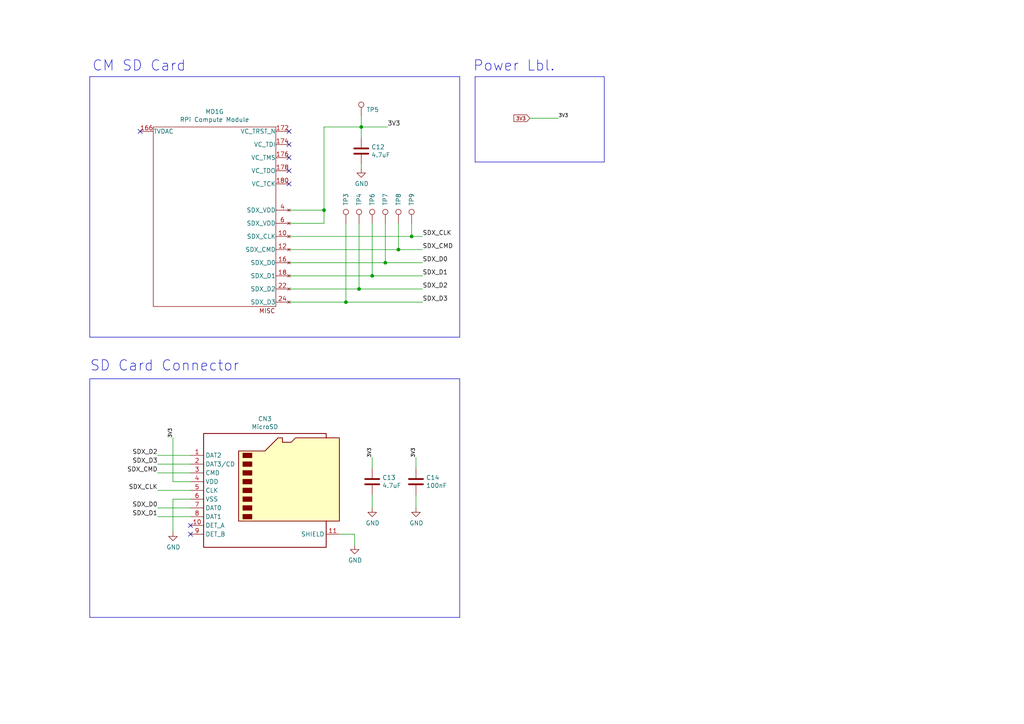
<source format=kicad_sch>
(kicad_sch (version 20230121) (generator eeschema)
  (paper "A4")
  (title_block (title "Jupiter Model A") (date "2020-05-23") (rev "0.1") (company "Francesco Ficili"))
  (lib_symbols
    (symbol "Connector:Micro_SD_Card_Det_Hirose_DM3AT"
      (property "Reference" "J" (at -16.51 17.78 0))
      (property "Value" "Micro_SD_Card_Det_Hirose_DM3AT" (at 16.51 17.78 0))
      (symbol "Micro_SD_Card_Det_Hirose_DM3AT_0_1"
        (rectangle (start -7.62 -6.985) (end -5.08 -8.255) (stroke (width 0.254)) (fill (type outline)))
        (rectangle (start -7.62 -4.445) (end -5.08 -5.715) (stroke (width 0.254)) (fill (type outline)))
        (rectangle (start -7.62 -1.905) (end -5.08 -3.175) (stroke (width 0.254)) (fill (type outline)))
        (rectangle (start -7.62 0.635) (end -5.08 -0.635) (stroke (width 0.254)) (fill (type outline)))
        (rectangle (start -7.62 3.175) (end -5.08 1.905) (stroke (width 0.254)) (fill (type outline)))
        (rectangle (start -7.62 5.715) (end -5.08 4.445) (stroke (width 0.254)) (fill (type outline)))
        (rectangle (start -7.62 8.255) (end -5.08 6.985) (stroke (width 0.254)) (fill (type outline)))
        (rectangle (start -7.62 10.795) (end -5.08 9.525) (stroke (width 0.254)) (fill (type outline)))
        (polyline (pts (xy 16.51 15.24) (xy 16.51 16.51) (xy -19.05 16.51) (xy -19.05 -16.51) (xy 16.51 -16.51) (xy 16.51 -8.89)) (stroke (width 0.254)))
        (polyline (pts (xy -8.89 -8.89) (xy -8.89 11.43) (xy -1.27 11.43) (xy 2.54 15.24) (xy 3.81 15.24) (xy 3.81 13.97) (xy 6.35 13.97) (xy 7.62 15.24) (xy 20.32 15.24) (xy 20.32 -8.89) (xy -8.89 -8.89)) (stroke (width 0.254)) (fill (type background)))
      )
      (symbol "Micro_SD_Card_Det_Hirose_DM3AT_1_1"
        (pin bidirectional line (at -22.86 10.16 0) (length 3.81) (name "DAT2") (number "1"))
        (pin passive line (at -22.86 -10.16 0) (length 3.81) (name "DET_A") (number "10"))
        (pin passive line (at 20.32 -12.7 180) (length 3.81) (name "SHIELD") (number "11"))
        (pin bidirectional line (at -22.86 7.62 0) (length 3.81) (name "DAT3/CD") (number "2"))
        (pin input line (at -22.86 5.08 0) (length 3.81) (name "CMD") (number "3"))
        (pin power_in line (at -22.86 2.54 0) (length 3.81) (name "VDD") (number "4"))
        (pin input line (at -22.86 0 0) (length 3.81) (name "CLK") (number "5"))
        (pin power_in line (at -22.86 -2.54 0) (length 3.81) (name "VSS") (number "6"))
        (pin bidirectional line (at -22.86 -5.08 0) (length 3.81) (name "DAT0") (number "7"))
        (pin bidirectional line (at -22.86 -7.62 0) (length 3.81) (name "DAT1") (number "8"))
        (pin passive line (at -22.86 -12.7 0) (length 3.81) (name "DET_B") (number "9"))
      )
    )
    (symbol "Connector:TestPoint" (pin_numbers hide) (pin_names (offset 0.762) hide)
      (property "Reference" "TP" (at 0 6.858 0))
      (property "Value" "TestPoint" (at 0 5.08 0))
      (symbol "TestPoint_0_1"
        (circle (center 0 3.302) (radius 0.762))
      )
      (symbol "TestPoint_1_1"
        (pin passive line (at 0 0 90) (length 2.54) (name "1") (number "1"))
      )
    )
    (symbol "Device:C" (pin_numbers hide) (pin_names (offset 0.254))
      (property "Reference" "C" (at 0.635 2.54 0))
      (property "Value" "C" (at 0.635 -2.54 0))
      (symbol "C_0_1"
        (polyline (pts (xy -2.032 -0.762) (xy 2.032 -0.762)) (stroke (width 0.508)))
        (polyline (pts (xy -2.032 0.762) (xy 2.032 0.762)) (stroke (width 0.508)))
      )
      (symbol "C_1_1"
        (pin passive line (at 0 3.81 270) (length 2.794) (name "~") (number "1"))
        (pin passive line (at 0 -3.81 90) (length 2.794) (name "~") (number "2"))
      )
    )
    (symbol "Jupiter-rescue:Board_RPi_CM3lite_200pConnector_multipart-RPi_CM" (pin_names (offset 0.0254))
      (property "Reference" "MD" (at -15.24 -86.36 0))
      (property "Value" "RPi_CM_Board_RPi_CM3lite_200pConnector_multipart" (at 0 87.63 0))
      (symbol "Board_RPi_CM3lite_200pConnector_multipart-RPi_CM_1_0"
        (text "PWR" (at 15.24 -86.36 0) (effects (font (size 1.27 1.27))))
      )
      (symbol "Board_RPi_CM3lite_200pConnector_multipart-RPi_CM_1_1"
        (rectangle (start -17.78 85.09) (end 17.78 -85.09))
        (pin input line (at -21.59 -26.67 0) (length 3.81) (name "GND") (number "1"))
        (pin input line (at 21.59 19.05 180) (length 3.81) (name "GND") (number "103"))
        (pin input line (at 21.59 15.24 180) (length 3.81) (name "GND") (number "104"))
        (pin input line (at 21.59 11.43 180) (length 3.81) (name "GND") (number "109"))
        (pin input line (at 21.59 7.62 180) (length 3.81) (name "GND") (number "110"))
        (pin input line (at 21.59 3.81 180) (length 3.81) (name "GND") (number "115"))
        (pin input line (at 21.59 0 180) (length 3.81) (name "GND") (number "116"))
        (pin input line (at 21.59 -3.81 180) (length 3.81) (name "GND") (number "121"))
        (pin input line (at 21.59 -7.62 180) (length 3.81) (name "GND") (number "122"))
        (pin input line (at 21.59 -11.43 180) (length 3.81) (name "GND") (number "127"))
        (pin input line (at -21.59 -38.1 0) (length 3.81) (name "GND") (number "13"))
        (pin input line (at 21.59 -19.05 180) (length 3.81) (name "GND") (number "133"))
        (pin input line (at 21.59 -15.24 180) (length 3.81) (name "GND") (number "134"))
        (pin input line (at 21.59 -26.67 180) (length 3.81) (name "GND") (number "139"))
        (pin input line (at -21.59 -41.91 0) (length 3.81) (name "GND") (number "14"))
        (pin input line (at 21.59 -22.86 180) (length 3.81) (name "GND") (number "140"))
        (pin input line (at 21.59 -34.29 180) (length 3.81) (name "GND") (number "145"))
        (pin input line (at 21.59 -30.48 180) (length 3.81) (name "GND") (number "146"))
        (pin input line (at 21.59 -41.91 180) (length 3.81) (name "GND") (number "151"))
        (pin input line (at 21.59 -38.1 180) (length 3.81) (name "GND") (number "152"))
        (pin input line (at 21.59 -49.53 180) (length 3.81) (name "GND") (number "157"))
        (pin input line (at 21.59 -57.15 180) (length 3.81) (name "GND") (number "163"))
        (pin input line (at 21.59 -45.72 180) (length 3.81) (name "GND") (number "164"))
        (pin input line (at 21.59 -60.96 180) (length 3.81) (name "GND") (number "169"))
        (pin input line (at 21.59 -53.34 180) (length 3.81) (name "GND") (number "170"))
        (pin input line (at -21.59 83.82 0) (length 3.81) (name "RUN") (number "177"))
        (pin no_connect line (at -21.59 80.01 0) (length 3.81) hide (name "VDD_CORE") (number "179"))
        (pin input line (at 21.59 -64.77 180) (length 3.81) (name "GND") (number "181"))
        (pin input line (at 21.59 -68.58 180) (length 3.81) (name "GND") (number "182"))
        (pin input line (at -21.59 64.77 0) (length 3.81) (name "1V8") (number "183"))
        (pin input line (at -21.59 60.96 0) (length 3.81) (name "1V8") (number "184"))
        (pin input line (at -21.59 57.15 0) (length 3.81) (name "1V8") (number "185"))
        (pin input line (at -21.59 53.34 0) (length 3.81) (name "1V8") (number "186"))
        (pin input line (at 21.59 -72.39 180) (length 3.81) (name "GND") (number "187"))
        (pin input line (at 21.59 -76.2 180) (length 3.81) (name "GND") (number "188"))
        (pin input line (at -21.59 7.62 0) (length 3.81) (name "VDAC") (number "189"))
        (pin input line (at -21.59 -45.72 0) (length 3.81) (name "GND") (number "19"))
        (pin input line (at -21.59 3.81 0) (length 3.81) (name "VDAC") (number "190"))
        (pin input line (at -21.59 45.72 0) (length 3.81) (name "3V3") (number "191"))
        (pin input line (at -21.59 41.91 0) (length 3.81) (name "3V3") (number "192"))
        (pin input line (at -21.59 38.1 0) (length 3.81) (name "3V3") (number "193"))
        (pin input line (at -21.59 34.29 0) (length 3.81) (name "3V3") (number "194"))
        (pin input line (at 21.59 -80.01 180) (length 3.81) (name "GND") (number "195"))
        (pin input line (at 21.59 -83.82 180) (length 3.81) (name "GND") (number "196"))
        (pin input line (at -21.59 26.67 0) (length 3.81) (name "VBAT") (number "197"))
        (pin input line (at -21.59 22.86 0) (length 3.81) (name "VBAT") (number "198"))
        (pin input line (at -21.59 19.05 0) (length 3.81) (name "VBAT") (number "199"))
        (pin input line (at -21.59 76.2 0) (length 3.81) (name "EMMC_DISABLE_N") (number "2"))
        (pin input line (at -21.59 -49.53 0) (length 3.81) (name "GND") (number "20"))
        (pin input line (at -21.59 15.24 0) (length 3.81) (name "VBAT") (number "200"))
        (pin input line (at -21.59 -53.34 0) (length 3.81) (name "GND") (number "25"))
        (pin input line (at -21.59 -57.15 0) (length 3.81) (name "GND") (number "26"))
        (pin input line (at -21.59 -60.96 0) (length 3.81) (name "GND") (number "31"))
        (pin input line (at -21.59 -64.77 0) (length 3.81) (name "GND") (number "32"))
        (pin input line (at -21.59 -68.58 0) (length 3.81) (name "GND") (number "37"))
        (pin input line (at -21.59 -72.39 0) (length 3.81) (name "GND") (number "38"))
        (pin input line (at -21.59 -3.81 0) (length 3.81) (name "GPIO0-27_VDD") (number "39"))
        (pin input line (at -21.59 -7.62 0) (length 3.81) (name "GPIO0-27_VDD") (number "40"))
        (pin input line (at -21.59 -11.43 0) (length 3.81) (name "GPIO28-45_VDD") (number "41"))
        (pin input line (at -21.59 -15.24 0) (length 3.81) (name "GPIO28-45_VDD") (number "42"))
        (pin input line (at -21.59 -76.2 0) (length 3.81) (name "GND") (number "43"))
        (pin input line (at -21.59 -80.01 0) (length 3.81) (name "GND") (number "44"))
        (pin input line (at -21.59 -83.82 0) (length 3.81) (name "GND") (number "49"))
        (pin input line (at 21.59 83.82 180) (length 3.81) (name "GND") (number "50"))
        (pin input line (at 21.59 80.01 180) (length 3.81) (name "GND") (number "55"))
        (pin input line (at 21.59 76.2 180) (length 3.81) (name "GND") (number "56"))
        (pin input line (at 21.59 72.39 180) (length 3.81) (name "GND") (number "61"))
        (pin input line (at 21.59 68.58 180) (length 3.81) (name "GND") (number "62"))
        (pin input line (at 21.59 64.77 180) (length 3.81) (name "GND") (number "67"))
        (pin input line (at 21.59 60.96 180) (length 3.81) (name "GND") (number "68"))
        (pin input line (at -21.59 -30.48 0) (length 3.81) (name "GND") (number "7"))
        (pin input line (at 21.59 57.15 180) (length 3.81) (name "GND") (number "73"))
        (pin input line (at 21.59 53.34 180) (length 3.81) (name "GND") (number "74"))
        (pin input line (at 21.59 49.53 180) (length 3.81) (name "GND") (number "79"))
        (pin input line (at -21.59 -34.29 0) (length 3.81) (name "GND") (number "8"))
        (pin input line (at 21.59 45.72 180) (length 3.81) (name "GND") (number "80"))
        (pin input line (at 21.59 41.91 180) (length 3.81) (name "GND") (number "85"))
        (pin input line (at 21.59 38.1 180) (length 3.81) (name "GND") (number "86"))
        (pin input line (at -21.59 72.39 0) (length 3.81) (name "EMMC_EN_N_1V8") (number "90"))
        (pin input line (at 21.59 34.29 180) (length 3.81) (name "GND") (number "91"))
        (pin input line (at 21.59 30.48 180) (length 3.81) (name "GND") (number "92"))
        (pin input line (at 21.59 26.67 180) (length 3.81) (name "GND") (number "97"))
        (pin input line (at 21.59 22.86 180) (length 3.81) (name "GND") (number "98"))
      )
      (symbol "Board_RPi_CM3lite_200pConnector_multipart-RPi_CM_2_0"
        (rectangle (start 10.16 2.54) (end 17.78 1.27) (fill (type outline)))
        (text "LENGTH 90R DIFF PAIR" (at -15.875 1.27 0) (effects (font (size 0.762 0.762)) (justify left)))
        (text "ROUTE SIGNALS AS MATCHED" (at -15.875 2.54 0) (effects (font (size 0.762 0.762)) (justify left)))
        (text "USB" (at 15.24 -6.35 0) (effects (font (size 1.27 1.27))))
      )
      (symbol "Board_RPi_CM3lite_200pConnector_multipart-RPi_CM_2_1"
        (rectangle (start -17.78 5.08) (end 17.78 -5.08))
        (pin input line (at 21.59 3.81 180) (length 3.81) (name "USB_DP") (number "165"))
        (pin input line (at 21.59 0 180) (length 3.81) (name "USB_DM") (number "167"))
        (pin input line (at 21.59 -3.81 180) (length 3.81) (name "USB_OTGID") (number "168"))
      )
      (symbol "Board_RPi_CM3lite_200pConnector_multipart-RPi_CM_3_0"
        (rectangle (start -17.78 31.75) (end 17.78 -31.75))
        (rectangle (start 10.16 -27.94) (end 17.78 -29.21) (fill (type outline)))
        (rectangle (start 10.16 -20.32) (end 17.78 -21.59) (fill (type outline)))
        (rectangle (start 10.16 -12.7) (end 17.78 -13.97) (fill (type outline)))
        (rectangle (start 10.16 -5.08) (end 17.78 -6.35) (fill (type outline)))
        (rectangle (start 10.16 2.54) (end 17.78 1.27) (fill (type outline)))
        (rectangle (start 10.16 13.97) (end 17.78 12.7) (fill (type outline)))
        (rectangle (start 10.16 21.59) (end 17.78 20.32) (fill (type outline)))
        (rectangle (start 10.16 29.21) (end 17.78 27.94) (fill (type outline)))
        (text "CAM" (at 15.24 -33.02 0) (effects (font (size 1.27 1.27))))
        (text "LENGTH 100R DIFF PAIR" (at -15.875 27.94 0) (effects (font (size 0.762 0.762)) (justify left)))
        (text "ROUTE SIGNALS AS MATCHED" (at -15.875 29.21 0) (effects (font (size 0.762 0.762)) (justify left)))
      )
      (symbol "Board_RPi_CM3lite_200pConnector_multipart-RPi_CM_3_1"
        (pin input line (at 21.59 -26.67 180) (length 3.81) (name "CAM1_DP3") (number "135"))
        (pin input line (at 21.59 22.86 180) (length 3.81) (name "CAM0_DP0") (number "136"))
        (pin input line (at 21.59 -30.48 180) (length 3.81) (name "CAM1_DN3") (number "137"))
        (pin input line (at 21.59 19.05 180) (length 3.81) (name "CAM0_DN0") (number "138"))
        (pin input line (at 21.59 -19.05 180) (length 3.81) (name "CAM1_DP2") (number "141"))
        (pin input line (at 21.59 30.48 180) (length 3.81) (name "CAM0_CP") (number "142"))
        (pin input line (at 21.59 -22.86 180) (length 3.81) (name "CAM1_DN2") (number "143"))
        (pin input line (at 21.59 26.67 180) (length 3.81) (name "CAM0_CN") (number "144"))
        (pin input line (at 21.59 3.81 180) (length 3.81) (name "CAM1_CP") (number "147"))
        (pin input line (at 21.59 15.24 180) (length 3.81) (name "CAM0_DP1") (number "148"))
        (pin input line (at 21.59 0 180) (length 3.81) (name "CAM1_CN") (number "149"))
        (pin input line (at 21.59 11.43 180) (length 3.81) (name "CAM0_DN1") (number "150"))
        (pin input line (at 21.59 -11.43 180) (length 3.81) (name "CAM1_DP1") (number "153"))
        (pin input line (at 21.59 -15.24 180) (length 3.81) (name "CAM1_DN1") (number "155"))
        (pin input line (at 21.59 -3.81 180) (length 3.81) (name "CAM1_DP0") (number "159"))
        (pin input line (at 21.59 -7.62 180) (length 3.81) (name "CAM1_DN0") (number "161"))
      )
      (symbol "Board_RPi_CM3lite_200pConnector_multipart-RPi_CM_4_0"
        (rectangle (start -17.78 27.94) (end 17.78 -24.13))
        (rectangle (start 10.16 -5.08) (end 17.78 -6.35) (fill (type outline)))
        (rectangle (start 10.16 2.54) (end 17.78 1.27) (fill (type outline)))
        (rectangle (start 10.16 10.16) (end 17.78 8.89) (fill (type outline)))
        (rectangle (start 10.16 17.78) (end 17.78 16.51) (fill (type outline)))
        (text "HDMI" (at 15.24 -25.4 0) (effects (font (size 1.27 1.27))))
        (text "LENGTH 100R DIFF PAIR" (at -15.875 17.78 0) (effects (font (size 0.762 0.762)) (justify left)))
        (text "ROUTE SIGNALS AS MATCHED" (at -15.875 19.05 0) (effects (font (size 0.762 0.762)) (justify left)))
      )
      (symbol "Board_RPi_CM3lite_200pConnector_multipart-RPi_CM_4_1"
        (pin input line (at 21.59 19.05 180) (length 3.81) (name "HDMI_CLK_N") (number "111"))
        (pin input line (at 21.59 15.24 180) (length 3.81) (name "HDMI_CLK_P") (number "113"))
        (pin input line (at 21.59 11.43 180) (length 3.81) (name "HDMI_D0_N") (number "117"))
        (pin input line (at 21.59 7.62 180) (length 3.81) (name "HDMI_D0_P") (number "119"))
        (pin input line (at 21.59 3.81 180) (length 3.81) (name "HDMI_D1_N") (number "123"))
        (pin input line (at 21.59 0 180) (length 3.81) (name "HDMI_D1_P") (number "125"))
        (pin input line (at 21.59 -3.81 180) (length 3.81) (name "HDMI_D2_N") (number "129"))
        (pin input line (at 21.59 -7.62 180) (length 3.81) (name "HDMI_D2_P") (number "131"))
        (pin input line (at 21.59 -15.24 180) (length 3.81) (name "HDMI_CEC") (number "171"))
        (pin input line (at 21.59 -19.05 180) (length 3.81) (name "HDMI_SDA") (number "173"))
        (pin input line (at 21.59 -22.86 180) (length 3.81) (name "HDMI_SCL") (number "175"))
        (pin input line (at 21.59 26.67 180) (length 3.81) (name "HDMI_HPD_N_1V8") (number "88"))
      )
      (symbol "Board_RPi_CM3lite_200pConnector_multipart-RPi_CM_5_0"
        (rectangle (start -17.78 2.54) (end -10.16 1.27) (fill (type outline)))
        (rectangle (start -17.78 10.16) (end -10.16 8.89) (fill (type outline)))
        (rectangle (start -17.78 17.78) (end -10.16 16.51) (fill (type outline)))
        (rectangle (start -17.78 20.32) (end 17.78 -17.78))
        (rectangle (start 10.16 -12.7) (end 17.78 -13.97) (fill (type outline)))
        (rectangle (start 10.16 -5.08) (end 17.78 -6.35) (fill (type outline)))
        (rectangle (start 10.16 2.54) (end 17.78 1.27) (fill (type outline)))
        (rectangle (start 10.16 10.16) (end 17.78 8.89) (fill (type outline)))
        (rectangle (start 10.16 17.78) (end 17.78 16.51) (fill (type outline)))
        (text "DSI" (at 15.24 -19.05 0) (effects (font (size 1.27 1.27))))
        (text "LENGTH 100R DIFF PAIR" (at -15.875 -15.24 0) (effects (font (size 0.762 0.762)) (justify left)))
        (text "ROUTE SIGNALS AS MATCHED" (at -15.875 -13.97 0) (effects (font (size 0.762 0.762)) (justify left)))
      )
      (symbol "Board_RPi_CM3lite_200pConnector_multipart-RPi_CM_5_1"
        (pin input line (at 21.59 19.05 180) (length 3.81) (name "DSI1_CP") (number "100"))
        (pin input line (at -21.59 0 0) (length 3.81) (name "DSI0_DP0") (number "101"))
        (pin input line (at 21.59 15.24 180) (length 3.81) (name "DSI1_CN") (number "102"))
        (pin input line (at -21.59 19.05 0) (length 3.81) (name "DSI0_CN") (number "105"))
        (pin input line (at 21.59 -11.43 180) (length 3.81) (name "DSI1_DP3") (number "106"))
        (pin input line (at -21.59 15.24 0) (length 3.81) (name "DSI0_CP") (number "107"))
        (pin input line (at 21.59 -15.24 180) (length 3.81) (name "DSI1_DN3") (number "108"))
        (pin input line (at 21.59 -3.81 180) (length 3.81) (name "DSI1_DP2") (number "112"))
        (pin input line (at 21.59 -7.62 180) (length 3.81) (name "DSI1_DN2") (number "114"))
        (pin input line (at 21.59 3.81 180) (length 3.81) (name "DSI1_DP1") (number "118"))
        (pin input line (at 21.59 0 180) (length 3.81) (name "DSI1_DN1") (number "120"))
        (pin input line (at -21.59 11.43 0) (length 3.81) (name "DSI0_DN1") (number "93"))
        (pin input line (at 21.59 11.43 180) (length 3.81) (name "DSI1_DP0") (number "94"))
        (pin input line (at -21.59 7.62 0) (length 3.81) (name "DSI0_DP1") (number "95"))
        (pin input line (at 21.59 7.62 180) (length 3.81) (name "DSI1_DN0") (number "96"))
        (pin input line (at -21.59 3.81 0) (length 3.81) (name "DSI0_DN0") (number "99"))
      )
      (symbol "Board_RPi_CM3lite_200pConnector_multipart-RPi_CM_6_0"
        (rectangle (start -17.78 43.18) (end 17.78 -43.18))
        (text "DOWNS TO AVOID FLOATING" (at 1.905 -40.005 0) (effects (font (size 0.762 0.762))))
        (text "DOWNS TO AVOID FLOATING" (at 1.905 20.955 0) (effects (font (size 0.762 0.762))))
        (text "GPIO" (at 15.24 -44.45 0) (effects (font (size 1.27 1.27))))
        (text "GPIO 28, 29 NEED 100k PULL" (at 1.905 22.225 0) (effects (font (size 0.762 0.762))))
        (text "GPIO 44, 45 NEED 100k PULL" (at 1.905 -38.735 0) (effects (font (size 0.762 0.762))))
      )
      (symbol "Board_RPi_CM3lite_200pConnector_multipart-RPi_CM_6_1"
        (pin input line (at -21.59 30.48 0) (length 3.81) (name "GPIO3") (number "11"))
        (pin input line (at -21.59 26.67 0) (length 3.81) (name "GPIO4") (number "15"))
        (pin input line (at -21.59 22.86 0) (length 3.81) (name "GPIO5") (number "17"))
        (pin input line (at -21.59 19.05 0) (length 3.81) (name "GPIO6") (number "21"))
        (pin input line (at -21.59 15.24 0) (length 3.81) (name "GPIO7") (number "23"))
        (pin input line (at -21.59 11.43 0) (length 3.81) (name "GPIO8") (number "27"))
        (pin input line (at 21.59 22.86 180) (length 3.81) (name "GPIO28") (number "28"))
        (pin input line (at -21.59 7.62 0) (length 3.81) (name "GPIO9") (number "29"))
        (pin input line (at -21.59 41.91 0) (length 3.81) (name "GPIO0") (number "3"))
        (pin input line (at 21.59 19.05 180) (length 3.81) (name "GPIO29") (number "30"))
        (pin input line (at -21.59 3.81 0) (length 3.81) (name "GPIO10") (number "33"))
        (pin input line (at 21.59 15.24 180) (length 3.81) (name "GPIO30") (number "34"))
        (pin input line (at -21.59 0 0) (length 3.81) (name "GPIO11") (number "35"))
        (pin input line (at 21.59 11.43 180) (length 3.81) (name "GPIO31") (number "36"))
        (pin input line (at -21.59 -3.81 0) (length 3.81) (name "GPIO12") (number "45"))
        (pin input line (at 21.59 7.62 180) (length 3.81) (name "GPIO32") (number "46"))
        (pin input line (at -21.59 -7.62 0) (length 3.81) (name "GPIO13") (number "47"))
        (pin input line (at 21.59 3.81 180) (length 3.81) (name "GPIO33") (number "48"))
        (pin input line (at -21.59 38.1 0) (length 3.81) (name "GPIO1") (number "5"))
        (pin input line (at -21.59 -11.43 0) (length 3.81) (name "GPIO14") (number "51"))
        (pin input line (at 21.59 0 180) (length 3.81) (name "GPIO34") (number "52"))
        (pin input line (at -21.59 -15.24 0) (length 3.81) (name "GPIO15") (number "53"))
        (pin input line (at 21.59 -3.81 180) (length 3.81) (name "GPIO35") (number "54"))
        (pin input line (at -21.59 -19.05 0) (length 3.81) (name "GPIO16") (number "57"))
        (pin input line (at 21.59 -7.62 180) (length 3.81) (name "GPIO36") (number "58"))
        (pin input line (at -21.59 -22.86 0) (length 3.81) (name "GPIO17") (number "59"))
        (pin input line (at 21.59 -11.43 180) (length 3.81) (name "GPIO37") (number "60"))
        (pin input line (at -21.59 -26.67 0) (length 3.81) (name "GPIO18") (number "63"))
        (pin input line (at 21.59 -15.24 180) (length 3.81) (name "GPIO38") (number "64"))
        (pin input line (at -21.59 -30.48 0) (length 3.81) (name "GPIO19") (number "65"))
        (pin input line (at 21.59 -19.05 180) (length 3.81) (name "GPIO39") (number "66"))
        (pin input line (at -21.59 -34.29 0) (length 3.81) (name "GPIO20") (number "69"))
        (pin input line (at 21.59 -22.86 180) (length 3.81) (name "GPIO40") (number "70"))
        (pin input line (at -21.59 -38.1 0) (length 3.81) (name "GPIO21") (number "71"))
        (pin input line (at 21.59 -26.67 180) (length 3.81) (name "GPIO41") (number "72"))
        (pin input line (at -21.59 -41.91 0) (length 3.81) (name "GPIO22") (number "75"))
        (pin input line (at 21.59 -30.48 180) (length 3.81) (name "GPIO42") (number "76"))
        (pin input line (at 21.59 41.91 180) (length 3.81) (name "GPIO23") (number "77"))
        (pin input line (at 21.59 -34.29 180) (length 3.81) (name "GPIO43") (number "78"))
        (pin input line (at 21.59 38.1 180) (length 3.81) (name "GPIO24") (number "81"))
        (pin input line (at 21.59 -38.1 180) (length 3.81) (name "GPIO44") (number "82"))
        (pin input line (at 21.59 34.29 180) (length 3.81) (name "GPIO25") (number "83"))
        (pin input line (at 21.59 -41.91 180) (length 3.81) (name "GPIO45") (number "84"))
        (pin input line (at 21.59 30.48 180) (length 3.81) (name "GPIO26") (number "87"))
        (pin input line (at 21.59 26.67 180) (length 3.81) (name "GPIO27") (number "89"))
        (pin input line (at -21.59 34.29 0) (length 3.81) (name "GPIO2") (number "9"))
      )
      (symbol "Board_RPi_CM3lite_200pConnector_multipart-RPi_CM_7_0"
        (rectangle (start -17.78 27.94) (end 17.78 -24.13))
        (text "MISC" (at 15.24 -25.4 0) (effects (font (size 1.27 1.27))))
      )
      (symbol "Board_RPi_CM3lite_200pConnector_multipart-RPi_CM_7_1"
        (pin no_connect line (at 21.59 -3.81 180) (length 3.81) (name "SDX_CLK") (number "10"))
        (pin no_connect line (at 21.59 -7.62 180) (length 3.81) (name "SDX_CMD") (number "12"))
        (pin no_connect line (at -21.59 11.43 0) (length 3.81) hide (name "NC") (number "124"))
        (pin no_connect line (at -21.59 7.62 0) (length 3.81) hide (name "NC") (number "126"))
        (pin no_connect line (at -21.59 3.81 0) (length 3.81) hide (name "NC") (number "128"))
        (pin no_connect line (at -21.59 0 0) (length 3.81) hide (name "NC") (number "130"))
        (pin no_connect line (at -21.59 -3.81 0) (length 3.81) hide (name "NC") (number "132"))
        (pin no_connect line (at -21.59 -7.62 0) (length 3.81) hide (name "NC") (number "154"))
        (pin no_connect line (at -21.59 -11.43 0) (length 3.81) hide (name "NC") (number "156"))
        (pin no_connect line (at -21.59 -15.24 0) (length 3.81) hide (name "NC") (number "158"))
        (pin no_connect line (at 21.59 -11.43 180) (length 3.81) (name "SDX_D0") (number "16"))
        (pin no_connect line (at -21.59 -19.05 0) (length 3.81) hide (name "NC") (number "160"))
        (pin no_connect line (at -21.59 -22.86 0) (length 3.81) hide (name "NC") (number "162"))
        (pin input line (at -21.59 26.67 0) (length 3.81) (name "TVDAC") (number "166"))
        (pin input line (at 21.59 26.67 180) (length 3.81) (name "VC_TRST_N") (number "172"))
        (pin input line (at 21.59 22.86 180) (length 3.81) (name "VC_TDI") (number "174"))
        (pin input line (at 21.59 19.05 180) (length 3.81) (name "VC_TMS") (number "176"))
        (pin input line (at 21.59 15.24 180) (length 3.81) (name "VC_TDO") (number "178"))
        (pin no_connect line (at 21.59 -15.24 180) (length 3.81) (name "SDX_D1") (number "18"))
        (pin input line (at 21.59 11.43 180) (length 3.81) (name "VC_TCK") (number "180"))
        (pin no_connect line (at 21.59 -19.05 180) (length 3.81) (name "SDX_D2") (number "22"))
        (pin no_connect line (at 21.59 -22.86 180) (length 3.81) (name "SDX_D3") (number "24"))
        (pin no_connect line (at 21.59 3.81 180) (length 3.81) (name "SDX_VDD") (number "4"))
        (pin no_connect line (at 21.59 0 180) (length 3.81) (name "SDX_VDD") (number "6"))
      )
    )
    (symbol "power:GND" (power) (pin_names (offset 0))
      (property "Value" "GND" (at 0 -3.81 0))
      (symbol "GND_0_1"
        (polyline (pts (xy 0 0) (xy 0 -1.27) (xy 1.27 -1.27) (xy 0 -2.54) (xy -1.27 -1.27) (xy 0 -1.27)))
      )
      (symbol "GND_1_1"
        (pin power_in line (at 0 0 270) (length 0) hide (name "GND") (number "1"))
      )
    )
  )
  (junction (at 100.33 87.63))
  (junction (at 119.38 68.58))
  (junction (at 104.14 83.82))
  (junction (at 115.57 72.39))
  (junction (at 104.775 36.83))
  (junction (at 93.98 60.96))
  (junction (at 111.76 76.2))
  (junction (at 107.95 80.01))
  (no_connect (at 40.64 38.1))
  (no_connect (at 83.82 45.72))
  (no_connect (at 83.82 38.1))
  (no_connect (at 55.245 152.4))
  (no_connect (at 83.82 49.53))
  (no_connect (at 55.245 154.94))
  (no_connect (at 83.82 53.34))
  (no_connect (at 83.82 41.91))
  (polyline (pts (xy 26.035 22.225) (xy 26.035 97.79)))
  (wire (pts (xy 119.38 64.77) (xy 119.38 68.58)))
  (wire (pts (xy 83.82 60.96) (xy 93.98 60.96)))
  (wire (pts (xy 83.82 64.77) (xy 93.98 64.77)))
  (wire (pts (xy 83.82 76.2) (xy 111.76 76.2)))
  (wire (pts (xy 55.245 149.86) (xy 45.72 149.86)))
  (wire (pts (xy 104.14 64.77) (xy 104.14 83.82)))
  (polyline (pts (xy 26.035 179.07) (xy 133.35 179.07)))
  (wire (pts (xy 104.14 83.82) (xy 122.555 83.82)))
  (wire (pts (xy 104.775 36.83) (xy 104.775 33.655)))
  (wire (pts (xy 107.95 143.51) (xy 107.95 147.32)))
  (wire (pts (xy 83.82 83.82) (xy 104.14 83.82)))
  (wire (pts (xy 55.245 144.78) (xy 50.165 144.78)))
  (polyline (pts (xy 175.26 22.225) (xy 137.795 22.225)))
  (wire (pts (xy 50.165 139.7) (xy 50.165 127)))
  (wire (pts (xy 50.165 144.78) (xy 50.165 154.305)))
  (wire (pts (xy 55.245 147.32) (xy 45.72 147.32)))
  (wire (pts (xy 153.67 34.29) (xy 161.925 34.29)))
  (wire (pts (xy 107.95 132.715) (xy 107.95 135.89)))
  (wire (pts (xy 83.82 68.58) (xy 119.38 68.58)))
  (polyline (pts (xy 26.035 97.79) (xy 133.35 97.79)))
  (wire (pts (xy 115.57 64.77) (xy 115.57 72.39)))
  (polyline (pts (xy 133.35 179.07) (xy 133.35 109.855)))
  (wire (pts (xy 102.87 154.94) (xy 102.87 158.115)))
  (wire (pts (xy 98.425 154.94) (xy 102.87 154.94)))
  (wire (pts (xy 55.245 142.24) (xy 45.72 142.24)))
  (wire (pts (xy 83.82 72.39) (xy 115.57 72.39)))
  (wire (pts (xy 115.57 72.39) (xy 122.555 72.39)))
  (polyline (pts (xy 175.26 46.99) (xy 175.26 22.225)))
  (wire (pts (xy 104.775 36.83) (xy 112.395 36.83)))
  (wire (pts (xy 83.82 87.63) (xy 100.33 87.63)))
  (polyline (pts (xy 133.35 109.855) (xy 26.035 109.855)))
  (wire (pts (xy 120.65 143.51) (xy 120.65 147.32)))
  (wire (pts (xy 93.98 64.77) (xy 93.98 60.96)))
  (polyline (pts (xy 133.35 97.79) (xy 133.35 22.225)))
  (wire (pts (xy 93.98 60.96) (xy 93.98 36.83)))
  (wire (pts (xy 119.38 68.58) (xy 122.555 68.58)))
  (wire (pts (xy 107.95 64.77) (xy 107.95 80.01)))
  (wire (pts (xy 111.76 64.77) (xy 111.76 76.2)))
  (polyline (pts (xy 137.795 46.99) (xy 175.26 46.99)))
  (wire (pts (xy 104.775 47.625) (xy 104.775 48.895)))
  (wire (pts (xy 55.245 132.08) (xy 45.72 132.08)))
  (polyline (pts (xy 26.035 109.855) (xy 26.035 179.07)))
  (wire (pts (xy 104.775 40.005) (xy 104.775 36.83)))
  (wire (pts (xy 107.95 80.01) (xy 122.555 80.01)))
  (wire (pts (xy 120.65 132.715) (xy 120.65 135.89)))
  (wire (pts (xy 83.82 80.01) (xy 107.95 80.01)))
  (wire (pts (xy 100.33 64.77) (xy 100.33 87.63)))
  (wire (pts (xy 55.245 137.16) (xy 45.72 137.16)))
  (polyline (pts (xy 137.795 22.225) (xy 137.795 46.99)))
  (wire (pts (xy 100.33 87.63) (xy 122.555 87.63)))
  (wire (pts (xy 55.245 139.7) (xy 50.165 139.7)))
  (wire (pts (xy 55.245 134.62) (xy 45.72 134.62)))
  (wire (pts (xy 111.76 76.2) (xy 122.555 76.2)))
  (polyline (pts (xy 26.035 22.225) (xy 133.35 22.225)))
  (wire (pts (xy 93.98 36.83) (xy 104.775 36.83)))
  (text "Power Lbl." (at 137.16 20.955 0) (effects (font (size 2.9972 2.9972)) (justify left bottom)))
  (text "SD Card Connector" (at 26.035 107.95 0) (effects (font (size 2.9972 2.9972)) (justify left bottom)))
  (text "CM SD Card" (at 26.67 20.955 0) (effects (font (size 2.9972 2.9972)) (justify left bottom)))
  (label "SDX_D1" (at 45.72 149.86 180))
  (label "SDX_D2" (at 45.72 132.08 180))
  (label "SDX_D2" (at 122.555 83.82 0))
  (label "SDX_CLK" (at 45.72 142.24 180))
  (label "3V3" (at 50.165 127 90) (effects (font (size 0.9906 0.9906))))
  (label "3V3" (at 112.395 36.83 0))
  (label "SDX_D3" (at 122.555 87.63 0))
  (label "3V3" (at 161.925 34.29 0) (effects (font (size 0.9906 0.9906))))
  (label "SDX_D1" (at 122.555 80.01 0))
  (label "3V3" (at 107.95 132.715 90) (effects (font (size 0.9906 0.9906))))
  (label "3V3" (at 120.65 132.715 90) (effects (font (size 0.9906 0.9906))))
  (label "SDX_D3" (at 45.72 134.62 180))
  (label "SDX_CMD" (at 45.72 137.16 180))
  (label "SDX_D0" (at 122.555 76.2 0))
  (label "SDX_D0" (at 45.72 147.32 180))
  (label "SDX_CLK" (at 122.555 68.58 0))
  (label "SDX_CMD" (at 122.555 72.39 0))
  (global_label "3V3" (shape input) (at 153.67 34.29 180) (effects (font (size 0.9906 0.9906))) (property "Intersheetrefs" "${INTERSHEET_REFS}" (effects hide)))
  (symbol (lib_id "Jupiter-rescue:Board_RPi_CM3lite_200pConnector_multipart-RPi_CM") (at 62.23 64.77 0) (unit 7)
    (property "Reference" "MD1" (at 62.23 32.385 0))
    (property "Value" "RPi Compute Module" (at 62.23 34.6964 0))
    (property "Footprint" "RPi_CM:Conn_TE-DDR2-SODIMM-0.6-200P-doublesided" (effects hide))
    (property "Datasheet" "_" (effects hide))
    (property "Manf#" "TE-DDR2-SODIMM-0.6-200P-doublesided" (effects hide))
    (property "Manf" "SODIMM 200" (effects hide))
    (property "Optn" "_" (effects hide))
  )
  (symbol (lib_id "Device:C") (at 104.775 43.815 0) (unit 1)
    (property "Reference" "C12" (at 107.696 42.6466 0) (effects (justify left)))
    (property "Value" "4.7uF" (at 107.696 44.958 0) (effects (justify left)))
    (property "Footprint" "Capacitor_SMD:C_1206_3216Metric" (effects hide))
    (property "Manf" "1206_C" (effects hide))
  )
  (symbol (lib_id "power:GND") (at 104.775 48.895 0) (unit 1)
    (property "Reference" "#PWR022" (effects hide))
    (property "Value" "GND" (at 104.902 53.2892 0))
  )
  (symbol (lib_id "Device:C") (at 107.95 139.7 0) (unit 1)
    (property "Reference" "C13" (at 110.871 138.5316 0) (effects (justify left)))
    (property "Value" "4.7uF" (at 110.871 140.843 0) (effects (justify left)))
    (property "Footprint" "Capacitor_SMD:C_1206_3216Metric" (effects hide))
    (property "Manf" "1206_C" (effects hide))
  )
  (symbol (lib_id "Device:C") (at 120.65 139.7 0) (unit 1)
    (property "Reference" "C14" (at 123.571 138.5316 0) (effects (justify left)))
    (property "Value" "100nF" (at 123.571 140.843 0) (effects (justify left)))
    (property "Footprint" "Capacitor_SMD:C_0805_2012Metric" (effects hide))
    (property "Manf" "0805_C" (effects hide))
  )
  (symbol (lib_id "power:GND") (at 107.95 147.32 0) (unit 1)
    (property "Reference" "#PWR023" (effects hide))
    (property "Value" "GND" (at 108.077 151.7142 0))
  )
  (symbol (lib_id "power:GND") (at 120.65 147.32 0) (unit 1)
    (property "Reference" "#PWR024" (effects hide))
    (property "Value" "GND" (at 120.777 151.7142 0))
  )
  (symbol (lib_id "Connector:TestPoint") (at 119.38 64.77 0) (unit 1)
    (property "Reference" "TP9" (at 119.38 59.69 90) (effects (justify left)))
    (property "Value" " " (effects hide))
    (property "Footprint" "TestPoint:TestPoint_Pad_D1.0mm" (effects hide))
    (instances (project "Jupiter" (path "" (reference "TP9") (unit 1)) (path "" (reference "TP?") (unit 1))))
  )
  (symbol (lib_id "Connector:TestPoint") (at 115.57 64.77 0) (unit 1)
    (property "Reference" "TP8" (at 115.57 59.69 90) (effects (justify left)))
    (property "Value" " " (effects hide))
    (property "Footprint" "TestPoint:TestPoint_Pad_D1.0mm" (effects hide))
    (instances (project "Jupiter" (path "" (reference "TP8") (unit 1)) (path "" (reference "TP?") (unit 1))))
  )
  (symbol (lib_id "Connector:TestPoint") (at 111.76 64.77 0) (unit 1)
    (property "Reference" "TP7" (at 111.76 59.69 90) (effects (justify left)))
    (property "Value" " " (effects hide))
    (property "Footprint" "TestPoint:TestPoint_Pad_D1.0mm" (effects hide))
    (instances (project "Jupiter" (path "" (reference "TP7") (unit 1)) (path "" (reference "TP?") (unit 1))))
  )
  (symbol (lib_id "Connector:TestPoint") (at 107.95 64.77 0) (unit 1)
    (property "Reference" "TP6" (at 107.95 59.69 90) (effects (justify left)))
    (property "Value" " " (effects hide))
    (property "Footprint" "TestPoint:TestPoint_Pad_D1.0mm" (effects hide))
    (instances (project "Jupiter" (path "" (reference "TP6") (unit 1)) (path "" (reference "TP?") (unit 1))))
  )
  (symbol (lib_id "Connector:TestPoint") (at 104.14 64.77 0) (unit 1)
    (property "Reference" "TP4" (at 104.14 59.69 90) (effects (justify left)))
    (property "Value" " " (effects hide))
    (property "Footprint" "TestPoint:TestPoint_Pad_D1.0mm" (effects hide))
    (instances (project "Jupiter" (path "" (reference "TP4") (unit 1)) (path "" (reference "TP?") (unit 1))))
  )
  (symbol (lib_id "Connector:TestPoint") (at 100.33 64.77 0) (unit 1)
    (property "Reference" "TP3" (at 100.33 59.69 90) (effects (justify left)))
    (property "Value" " " (effects hide))
    (property "Footprint" "TestPoint:TestPoint_Pad_D1.0mm" (effects hide))
    (instances (project "Jupiter" (path "" (reference "TP3") (unit 1)) (path "" (reference "TP?") (unit 1))))
  )
  (symbol (lib_id "power:GND") (at 50.165 154.305 0) (unit 1)
    (property "Reference" "#PWR020" (effects hide))
    (property "Value" "GND" (at 50.292 158.6992 0))
  )
  (symbol (lib_id "power:GND") (at 102.87 158.115 0) (unit 1)
    (property "Reference" "#PWR021" (effects hide))
    (property "Value" "GND" (at 102.997 162.5092 0))
  )
  (symbol (lib_id "Connector:TestPoint") (at 104.775 33.655 0) (unit 1)
    (property "Reference" "TP5" (at 106.2482 31.8262 0) (effects (justify left)))
    (property "Value" " " (effects hide))
    (property "Footprint" "TestPoint:TestPoint_Pad_D1.0mm" (effects hide))
  )
  (symbol (lib_id "Connector:Micro_SD_Card_Det_Hirose_DM3AT") (at 78.105 142.24 0) (unit 1)
    (property "Reference" "CN3" (at 76.835 121.4882 0))
    (property "Value" "MicroSD" (at 76.835 123.7996 0))
    (property "Footprint" "Connector_Card:microSD_HC_Hirose_DM3D-SF" (effects hide))
    (property "Datasheet" "https://www.hirose.com/product/en/download_file/key_name/DM3/category/Catalog/doc_file_id/49662/?file_category_id=4&item_id=195&is_series=1" (effects hide))
    (property "Manf" "MicroSD Connector " (effects hide))
    (property "Manf#" "Hirose_DM3D-SF" (effects hide))
  )
)
</source>
